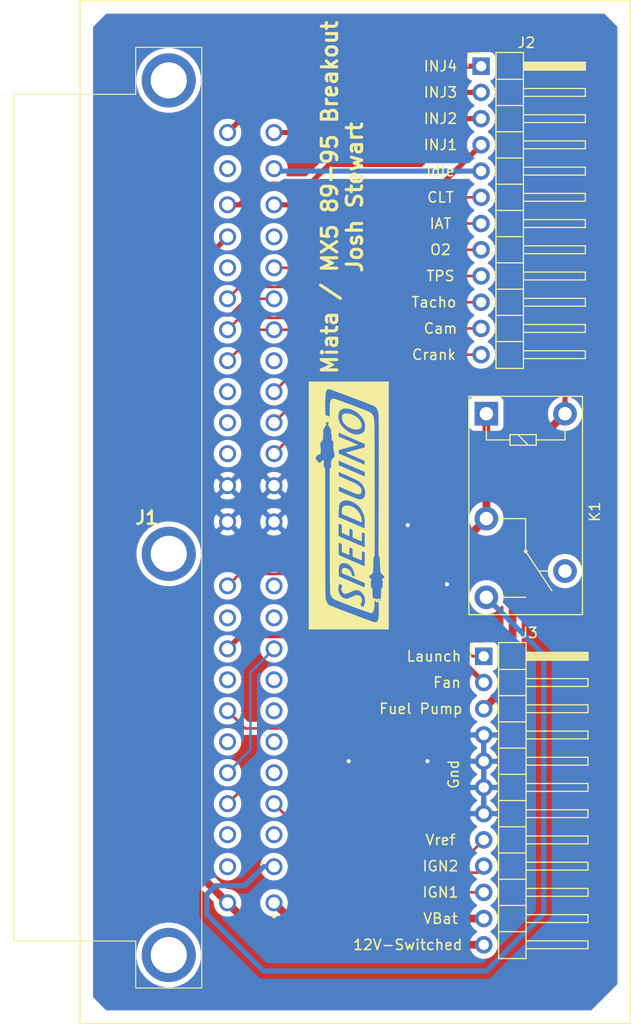
<source format=kicad_pcb>
(kicad_pcb (version 20171130) (host pcbnew "(5.1.4-0-10_14)")
  (layers (0 F.Cu signal) (31 B.Cu signal) (34 B.Paste user) (35 F.Paste user) (36 B.SilkS user) (37 F.SilkS user) (38 B.Mask user) (39 F.Mask user) (44 Edge.Cuts user))
  (net 0 "")
  (net 1 INJ-4)
  (net 2 INJ-3)
  (net 3 INJ-2)
  (net 4 INJ-1)
  (net 5 GND)
  (net 6 Idle)
  (net 7 Tacho)
  (net 8 Fan)
  (net 9 12V-SW)
  (net 10 VBat)
  (net 11 Crank)
  (net 12 Cam)
  (net 13 TPS)
  (net 14 O2)
  (net 15 IAT)
  (net 16 CLT)
  (net 17 Launch)
  (net 18 IGN-1)
  (net 19 IGN-2)
  (net 20 ST_Sig)
  (net 21 Pump)
  (net 22 "Net-(J1-Pad3)")
  (net 23 "Net-(J1-Pad5)")
  (net 24 "Net-(J1-Pad6)")
  (net 25 "Net-(J1-Pad7)")
  (net 26 "Net-(J1-Pad8)")
  (net 27 AC_Jump)
  (net 28 "Net-(J1-Pad10)")
  (net 29 "Net-(J1-Pad11)")
  (net 30 "Net-(J1-Pad17)")
  (net 31 "Net-(J1-Pad21)")
  (net 32 "Net-(J1-Pad26)")
  (net 33 "Net-(J1-Pad27)")
  (net 34 "Net-(J1-Pad30)")
  (net 35 "Net-(J1-Pad32)")
  (net 36 "Net-(J1-Pad34)")
  (net 37 "Net-(J1-Pad38)")
  (net 38 "Net-(J1-Pad39)")
  (net 39 "Net-(J1-Pad40)")
  (net 40 "Net-(J1-Pad44)")
  (net 41 "Net-(J1-Pad47)")
  (net 42 "Net-(J1-PadMH1)")
  (net 43 "Net-(J1-PadMH2)")
  (net 44 "Net-(J1-PadMH3)")
  (net 45 VRef)
  (module "Misc:Speeduino logo_sml" (layer F.Cu) (at 131.445 108.585 90)
    (fp_text reference G*** hide)
    (fp_text value LOGO hide)
  )
  (module Connector_PinHeader_2.54mm:PinHeader_1x12_P2.54mm_Horizontal (layer F.Cu) (at 144.272 66.04)
    (fp_text reference J2 (at 4.385 -2.27) (layer F.SilkS))
    (fp_text value Conn_01x12)
    (fp_text user Crank (at -4.572 27.94) (layer F.SilkS))
    (fp_text user Cam (at -3.937 25.4) (layer F.SilkS))
    (fp_text user Tacho (at -4.572 22.86) (layer F.SilkS))
    (fp_text user TPS (at -3.937 20.32) (layer F.SilkS))
    (fp_text user O2 (at -3.937 17.78) (layer F.SilkS))
    (fp_text user IAT (at -3.937 15.24) (layer F.SilkS))
    (fp_text user CLT (at -3.937 12.7) (layer F.SilkS))
    (fp_text user Idle (at -3.937 10.16) (layer F.SilkS))
    (fp_text user INJ1 (at -3.937 7.62) (layer F.SilkS))
    (fp_text user INJ2 (at -3.937 5.08) (layer F.SilkS))
    (fp_text user INJ3 (at -3.937 2.54) (layer F.SilkS))
    (fp_text user INJ4 (at -3.937 0) (layer F.SilkS))
    (pad 1 thru_hole rect (at 0 0) (size 1.7 1.7) (drill 1) (layers *.Cu *.Mask) (net 1 INJ-4))
    (pad 2 thru_hole oval (at 0 2.54) (size 1.7 1.7) (drill 1) (layers *.Cu *.Mask) (net 2 INJ-3))
    (pad 3 thru_hole oval (at 0 5.08) (size 1.7 1.7) (drill 1) (layers *.Cu *.Mask) (net 3 INJ-2))
    (pad 4 thru_hole oval (at 0 7.62) (size 1.7 1.7) (drill 1) (layers *.Cu *.Mask) (net 4 INJ-1))
    (pad 5 thru_hole oval (at 0 10.16) (size 1.7 1.7) (drill 1) (layers *.Cu *.Mask) (net 6 Idle))
    (pad 6 thru_hole oval (at 0 12.7) (size 1.7 1.7) (drill 1) (layers *.Cu *.Mask) (net 16 CLT))
    (pad 7 thru_hole oval (at 0 15.24) (size 1.7 1.7) (drill 1) (layers *.Cu *.Mask) (net 15 IAT))
    (pad 8 thru_hole oval (at 0 17.78) (size 1.7 1.7) (drill 1) (layers *.Cu *.Mask) (net 14 O2))
    (pad 9 thru_hole oval (at 0 20.32) (size 1.7 1.7) (drill 1) (layers *.Cu *.Mask) (net 13 TPS))
    (pad 10 thru_hole oval (at 0 22.86) (size 1.7 1.7) (drill 1) (layers *.Cu *.Mask) (net 7 Tacho))
    (pad 11 thru_hole oval (at 0 25.4) (size 1.7 1.7) (drill 1) (layers *.Cu *.Mask) (net 12 Cam))
    (pad 12 thru_hole oval (at 0 27.94) (size 1.7 1.7) (drill 1) (layers *.Cu *.Mask) (net 11 Crank))
  )
  (module Connector_PinHeader_2.54mm:PinHeader_1x12_P2.54mm_Horizontal (layer F.Cu) (at 144.526 123.19)
    (fp_text reference J3 (at 4.385 -2.27) (layer F.SilkS))
    (fp_text value Conn_01x12)
    (fp_text user Launch (at -4.826 0) (layer F.SilkS))
    (fp_text user Fan (at -3.556 2.54) (layer F.SilkS))
    (fp_text user "Fuel Pump" (at -6.096 5.08) (layer F.SilkS))
    (fp_text user Gnd (at -2.921 11.43 90) (layer F.SilkS))
    (fp_text user IGN2 (at -4.191 20.32) (layer F.SilkS))
    (fp_text user IGN1 (at -4.191 22.86) (layer F.SilkS))
    (fp_text user VBat (at -4.191 25.4) (layer F.SilkS))
    (fp_text user 12V-Switched (at -7.366 27.94) (layer F.SilkS))
    (fp_text user Vref (at -4.191 17.78) (layer F.SilkS))
    (pad 12 thru_hole oval (at 0 27.94) (size 1.7 1.7) (drill 1) (layers *.Cu *.Mask) (net 9 12V-SW))
    (pad 11 thru_hole oval (at 0 25.4) (size 1.7 1.7) (drill 1) (layers *.Cu *.Mask) (net 10 VBat))
    (pad 10 thru_hole oval (at 0 22.86) (size 1.7 1.7) (drill 1) (layers *.Cu *.Mask) (net 18 IGN-1))
    (pad 9 thru_hole oval (at 0 20.32) (size 1.7 1.7) (drill 1) (layers *.Cu *.Mask) (net 19 IGN-2))
    (pad 8 thru_hole oval (at 0 17.78) (size 1.7 1.7) (drill 1) (layers *.Cu *.Mask) (net 45 VRef))
    (pad 7 thru_hole oval (at 0 15.24) (size 1.7 1.7) (drill 1) (layers *.Cu *.Mask) (net 5 GND))
    (pad 6 thru_hole oval (at 0 12.7) (size 1.7 1.7) (drill 1) (layers *.Cu *.Mask) (net 5 GND))
    (pad 5 thru_hole oval (at 0 10.16) (size 1.7 1.7) (drill 1) (layers *.Cu *.Mask) (net 5 GND))
    (pad 4 thru_hole oval (at 0 7.62) (size 1.7 1.7) (drill 1) (layers *.Cu *.Mask) (net 5 GND))
    (pad 3 thru_hole oval (at 0 5.08) (size 1.7 1.7) (drill 1) (layers *.Cu *.Mask) (net 21 Pump))
    (pad 2 thru_hole oval (at 0 2.54) (size 1.7 1.7) (drill 1) (layers *.Cu *.Mask) (net 8 Fan))
    (pad 1 thru_hole rect (at 0 0) (size 1.7 1.7) (drill 1) (layers *.Cu *.Mask) (net 17 Launch))
  )
  (module 1749171 (layer F.Cu) (at 124.206 147.066 180)
    (fp_text reference J1 (at 12.338 37.3) (layer F.SilkS) (effects (font (size 1.27 1.27) (thickness 0.254))))
    (fp_text value 174917-1 hide)
    (pad 1 thru_hole circle (at 0 0 180) (size 1.65 1.65) (drill 1.1) (layers *.Cu *.Mask) (net 10 VBat))
    (pad 2 thru_hole circle (at 0 3.5 180) (size 1.65 1.65) (drill 1.1) (layers *.Cu *.Mask) (net 20 ST_Sig))
    (pad 3 thru_hole circle (at 0 6.6 180) (size 1.65 1.65) (drill 1.1) (layers *.Cu *.Mask) (net 22 "Net-(J1-Pad3)"))
    (pad 4 thru_hole circle (at 0 9.6 180) (size 1.65 1.65) (drill 1.1) (layers *.Cu *.Mask) (net 18 IGN-1))
    (pad 5 thru_hole circle (at 0 12.6 180) (size 1.65 1.65) (drill 1.1) (layers *.Cu *.Mask) (net 23 "Net-(J1-Pad5)"))
    (pad 6 thru_hole circle (at 0 15.6 180) (size 1.65 1.65) (drill 1.1) (layers *.Cu *.Mask) (net 24 "Net-(J1-Pad6)"))
    (pad 7 thru_hole circle (at 0 18.6 180) (size 1.65 1.65) (drill 1.1) (layers *.Cu *.Mask) (net 25 "Net-(J1-Pad7)"))
    (pad 8 thru_hole circle (at 0 21.6 180) (size 1.65 1.65) (drill 1.1) (layers *.Cu *.Mask) (net 26 "Net-(J1-Pad8)"))
    (pad 9 thru_hole circle (at 0 24.6 180) (size 1.65 1.65) (drill 1.1) (layers *.Cu *.Mask) (net 27 AC_Jump))
    (pad 10 thru_hole circle (at 0 27.6 180) (size 1.65 1.65) (drill 1.1) (layers *.Cu *.Mask) (net 28 "Net-(J1-Pad10)"))
    (pad 11 thru_hole circle (at 0 30.7 180) (size 1.65 1.65) (drill 1.1) (layers *.Cu *.Mask) (net 29 "Net-(J1-Pad11)"))
    (pad 12 thru_hole circle (at 0 36.9 180) (size 1.65 1.65) (drill 1.1) (layers *.Cu *.Mask) (net 5 GND))
    (pad 13 thru_hole circle (at 0 40.4 180) (size 1.65 1.65) (drill 1.1) (layers *.Cu *.Mask) (net 5 GND))
    (pad 14 thru_hole circle (at 0 43.5 180) (size 1.65 1.65) (drill 1.1) (layers *.Cu *.Mask) (net 11 Crank))
    (pad 15 thru_hole circle (at 0 46.5 180) (size 1.65 1.65) (drill 1.1) (layers *.Cu *.Mask) (net 12 Cam))
    (pad 16 thru_hole circle (at 0 49.5 180) (size 1.65 1.65) (drill 1.1) (layers *.Cu *.Mask) (net 7 Tacho))
    (pad 17 thru_hole circle (at 0 52.5 180) (size 1.65 1.65) (drill 1.1) (layers *.Cu *.Mask) (net 30 "Net-(J1-Pad17)"))
    (pad 18 thru_hole circle (at 0 55.5 180) (size 1.65 1.65) (drill 1.1) (layers *.Cu *.Mask) (net 13 TPS))
    (pad 19 thru_hole circle (at 0 58.5 180) (size 1.65 1.65) (drill 1.1) (layers *.Cu *.Mask) (net 21 Pump))
    (pad 20 thru_hole circle (at 0 61.5 180) (size 1.65 1.65) (drill 1.1) (layers *.Cu *.Mask) (net 16 CLT))
    (pad 21 thru_hole circle (at 0 64.5 180) (size 1.65 1.65) (drill 1.1) (layers *.Cu *.Mask) (net 31 "Net-(J1-Pad21)"))
    (pad 22 thru_hole circle (at 0 67.6 180) (size 1.65 1.65) (drill 1.1) (layers *.Cu *.Mask) (net 4 INJ-1))
    (pad 23 thru_hole circle (at 0 71.1 180) (size 1.65 1.65) (drill 1.1) (layers *.Cu *.Mask) (net 6 Idle))
    (pad 24 thru_hole circle (at 0 74.6 180) (size 1.65 1.65) (drill 1.1) (layers *.Cu *.Mask) (net 2 INJ-3))
    (pad 25 thru_hole circle (at 4.5 0 180) (size 1.65 1.65) (drill 1.1) (layers *.Cu *.Mask) (net 9 12V-SW))
    (pad 26 thru_hole circle (at 4.5 3.5 180) (size 1.65 1.65) (drill 1.1) (layers *.Cu *.Mask) (net 32 "Net-(J1-Pad26)"))
    (pad 27 thru_hole circle (at 4.5 6.6 180) (size 1.65 1.65) (drill 1.1) (layers *.Cu *.Mask) (net 33 "Net-(J1-Pad27)"))
    (pad 28 thru_hole circle (at 4.5 9.6 180) (size 1.65 1.65) (drill 1.1) (layers *.Cu *.Mask) (net 19 IGN-2))
    (pad 29 thru_hole circle (at 4.5 12.6 180) (size 1.65 1.65) (drill 1.1) (layers *.Cu *.Mask) (net 27 AC_Jump))
    (pad 30 thru_hole circle (at 4.5 15.6 180) (size 1.65 1.65) (drill 1.1) (layers *.Cu *.Mask) (net 34 "Net-(J1-Pad30)"))
    (pad 31 thru_hole circle (at 4.5 18.6 180) (size 1.65 1.65) (drill 1.1) (layers *.Cu *.Mask) (net 45 VRef))
    (pad 32 thru_hole circle (at 4.5 21.6 180) (size 1.65 1.65) (drill 1.1) (layers *.Cu *.Mask) (net 35 "Net-(J1-Pad32)"))
    (pad 33 thru_hole circle (at 4.5 24.6 180) (size 1.65 1.65) (drill 1.1) (layers *.Cu *.Mask) (net 8 Fan))
    (pad 34 thru_hole circle (at 4.5 27.6 180) (size 1.65 1.65) (drill 1.1) (layers *.Cu *.Mask) (net 36 "Net-(J1-Pad34)"))
    (pad 35 thru_hole circle (at 4.5 30.7 180) (size 1.65 1.65) (drill 1.1) (layers *.Cu *.Mask) (net 17 Launch))
    (pad 36 thru_hole circle (at 4.5 36.9 180) (size 1.65 1.65) (drill 1.1) (layers *.Cu *.Mask) (net 5 GND))
    (pad 37 thru_hole circle (at 4.5 40.4 180) (size 1.65 1.65) (drill 1.1) (layers *.Cu *.Mask) (net 5 GND))
    (pad 38 thru_hole circle (at 4.5 43.5 180) (size 1.65 1.65) (drill 1.1) (layers *.Cu *.Mask) (net 37 "Net-(J1-Pad38)"))
    (pad 39 thru_hole circle (at 4.5 46.5 180) (size 1.65 1.65) (drill 1.1) (layers *.Cu *.Mask) (net 38 "Net-(J1-Pad39)"))
    (pad 40 thru_hole circle (at 4.5 49.5 180) (size 1.65 1.65) (drill 1.1) (layers *.Cu *.Mask) (net 39 "Net-(J1-Pad40)"))
    (pad 41 thru_hole circle (at 4.5 52.5 180) (size 1.65 1.65) (drill 1.1) (layers *.Cu *.Mask) (net 13 TPS))
    (pad 42 thru_hole circle (at 4.5 55.5 180) (size 1.65 1.65) (drill 1.1) (layers *.Cu *.Mask) (net 14 O2))
    (pad 43 thru_hole circle (at 4.5 58.5 180) (size 1.65 1.65) (drill 1.1) (layers *.Cu *.Mask) (net 15 IAT))
    (pad 44 thru_hole circle (at 4.5 61.5 180) (size 1.65 1.65) (drill 1.1) (layers *.Cu *.Mask) (net 40 "Net-(J1-Pad44)"))
    (pad 45 thru_hole circle (at 4.5 64.5 180) (size 1.65 1.65) (drill 1.1) (layers *.Cu *.Mask) (net 21 Pump))
    (pad 46 thru_hole circle (at 4.5 67.6 180) (size 1.65 1.65) (drill 1.1) (layers *.Cu *.Mask) (net 3 INJ-2))
    (pad 47 thru_hole circle (at 4.5 71.1 180) (size 1.65 1.65) (drill 1.1) (layers *.Cu *.Mask) (net 41 "Net-(J1-Pad47)"))
    (pad 48 thru_hole circle (at 4.5 74.6 180) (size 1.65 1.65) (drill 1.1) (layers *.Cu *.Mask) (net 1 INJ-4))
    (pad MH1 thru_hole circle (at 10.2 79.65 180) (size 5.25 5.25) (drill 3.5) (layers *.Cu *.Mask) (net 42 "Net-(J1-PadMH1)"))
    (pad MH2 thru_hole circle (at 10.2 33.8 180) (size 5.25 5.25) (drill 3.5) (layers *.Cu *.Mask) (net 43 "Net-(J1-PadMH2)"))
    (pad MH3 thru_hole circle (at 10.2 -5.05 180) (size 5.25 5.25) (drill 3.5) (layers *.Cu *.Mask) (net 44 "Net-(J1-PadMH3)"))
  )
  (module Relay_THT:Relay_SPDT_Omron-G5Q-1 (layer F.Cu) (at 144.78 99.695 270)
    (fp_text reference K1 (at 9.5 -10.5 270) (layer F.SilkS))
    (fp_text value G5LE-1)
    (pad 1 thru_hole rect (at 0 0 90) (size 2.3 2.3) (drill 1.3) (layers *.Cu *.Mask) (net 9 12V-SW))
    (pad 2 thru_hole circle (at 10.16 0 90) (size 2.3 2.3) (drill 1.3) (layers *.Cu *.Mask) (net 9 12V-SW))
    (pad 3 thru_hole circle (at 17.78 0 90) (size 2.3 2.3) (drill 1.3) (layers *.Cu *.Mask) (net 20 ST_Sig))
    (pad 4 thru_hole circle (at 15.24 -7.62 90) (size 2.3 2.3) (drill 1.3) (layers *.Cu *.Mask))
    (pad 5 thru_hole circle (at 0 -7.62 90) (size 2.3 2.3) (drill 1.3) (layers *.Cu *.Mask) (net 21 Pump))
  )
  (gr_text "Miata / MX5 89-95 Breakout\nJosh Stewart" (at 130.81 78.74 90) (layer F.SilkS) (effects (font (size 1.5 1.5) (thickness 0.3))))
  (gr_line (start 158.75 158.75) (end 105.41 158.75) (layer F.SilkS) (width 0.12))
  (gr_line (start 158.75 59.69) (end 158.75 158.75) (layer F.SilkS) (width 0.12))
  (gr_line (start 105.41 59.69) (end 158.75 59.69) (layer F.SilkS) (width 0.12))
  (gr_line (start 105.41 158.75) (end 105.41 59.69) (layer F.SilkS) (width 0.12))
  (segment (start 135.89 70.485) (end 121.687 70.485) (width 0.5) (layer F.Cu) (net 1))
  (segment (start 121.687 70.485) (end 119.706 72.466) (width 0.5) (layer F.Cu) (net 1))
  (segment (start 140.335 66.04) (end 135.89 70.485) (width 0.5) (layer F.Cu) (net 1))
  (segment (start 144.272 66.04) (end 140.335 66.04) (width 0.5) (layer F.Cu) (net 1))
  (segment (start 137.719 72.466) (end 124.206 72.466) (width 0.5) (layer F.Cu) (net 2))
  (segment (start 141.605 68.58) (end 137.719 72.466) (width 0.5) (layer F.Cu) (net 2))
  (segment (start 144.272 68.58) (end 141.605 68.58) (width 0.5) (layer F.Cu) (net 2))
  (segment (start 127.635 77.47) (end 122.868726 77.47) (width 0.5) (layer F.Cu) (net 3))
  (segment (start 138.43 75.565) (end 129.54 75.565) (width 0.5) (layer F.Cu) (net 3))
  (segment (start 142.875 71.12) (end 138.43 75.565) (width 0.5) (layer F.Cu) (net 3))
  (segment (start 120.872726 79.466) (end 119.706 79.466) (width 0.5) (layer F.Cu) (net 3))
  (segment (start 122.868726 77.47) (end 120.872726 79.466) (width 0.5) (layer F.Cu) (net 3))
  (segment (start 129.54 75.565) (end 127.635 77.47) (width 0.5) (layer F.Cu) (net 3))
  (segment (start 144.272 71.12) (end 142.875 71.12) (width 0.5) (layer F.Cu) (net 3))
  (segment (start 128.814 79.466) (end 124.206 79.466) (width 0.5) (layer F.Cu) (net 4))
  (segment (start 130.81 77.47) (end 128.814 79.466) (width 0.5) (layer F.Cu) (net 4))
  (segment (start 140.462 77.47) (end 130.81 77.47) (width 0.5) (layer F.Cu) (net 4))
  (segment (start 144.272 73.66) (end 140.462 77.47) (width 0.5) (layer F.Cu) (net 4))
  (via (at 131.445 133.35) (size 0.8) (drill 0.4) (layers F.Cu B.Cu) (net 5))
  (via (at 137.16 110.49) (size 0.8) (drill 0.4) (layers F.Cu B.Cu) (net 5))
  (via (at 139.065 133.35) (size 0.8) (drill 0.4) (layers F.Cu B.Cu) (net 5))
  (via (at 140.97 116.205) (size 0.8) (drill 0.4) (layers F.Cu B.Cu) (net 5))
  (segment (start 124.44 76.2) (end 124.206 75.966) (width 0.5) (layer B.Cu) (net 6))
  (segment (start 144.272 76.2) (end 124.44 76.2) (width 0.5) (layer B.Cu) (net 6))
  (segment (start 132.872 88.9) (end 124.206 97.566) (width 0.25) (layer F.Cu) (net 7))
  (segment (start 144.272 88.9) (end 132.872 88.9) (width 0.25) (layer F.Cu) (net 7))
  (segment (start 120.530999 121.641001) (end 119.706 122.466) (width 0.5) (layer F.Cu) (net 8))
  (segment (start 120.981001 121.190999) (end 120.530999 121.641001) (width 0.5) (layer F.Cu) (net 8))
  (segment (start 139.986999 121.190999) (end 120.981001 121.190999) (width 0.5) (layer F.Cu) (net 8))
  (segment (start 144.526 125.73) (end 139.986999 121.190999) (width 0.5) (layer F.Cu) (net 8))
  (segment (start 123.77 151.13) (end 119.706 147.066) (width 0.75) (layer F.Cu) (net 9))
  (segment (start 144.526 151.13) (end 123.77 151.13) (width 0.75) (layer F.Cu) (net 9))
  (segment (start 125.73 148.59) (end 144.526 148.59) (width 0.75) (layer F.Cu) (net 10))
  (segment (start 124.206 147.066) (end 125.73 148.59) (width 0.75) (layer F.Cu) (net 10))
  (segment (start 133.792 93.98) (end 124.206 103.566) (width 0.25) (layer F.Cu) (net 11))
  (segment (start 144.272 93.98) (end 133.792 93.98) (width 0.25) (layer F.Cu) (net 11))
  (segment (start 133.332 91.44) (end 124.206 100.566) (width 0.25) (layer F.Cu) (net 12))
  (segment (start 144.272 91.44) (end 133.332 91.44) (width 0.25) (layer F.Cu) (net 12))
  (segment (start 122.706 91.566) (end 119.706 94.566) (width 0.25) (layer F.Cu) (net 13))
  (segment (start 124.206 91.566) (end 122.706 91.566) (width 0.25) (layer F.Cu) (net 13))
  (segment (start 127.509 91.566) (end 124.206 91.566) (width 0.25) (layer F.Cu) (net 13))
  (segment (start 132.715 86.36) (end 127.509 91.566) (width 0.25) (layer F.Cu) (net 13))
  (segment (start 144.272 86.36) (end 132.715 86.36) (width 0.25) (layer F.Cu) (net 13))
  (segment (start 120.530999 90.741001) (end 119.706 91.566) (width 0.25) (layer F.Cu) (net 14))
  (segment (start 120.856001 90.415999) (end 120.530999 90.741001) (width 0.25) (layer F.Cu) (net 14))
  (segment (start 126.054296 90.415999) (end 120.856001 90.415999) (width 0.25) (layer F.Cu) (net 14))
  (segment (start 132.650295 83.82) (end 126.054296 90.415999) (width 0.25) (layer F.Cu) (net 14))
  (segment (start 144.272 83.82) (end 132.650295 83.82) (width 0.25) (layer F.Cu) (net 14))
  (segment (start 120.856001 87.415999) (end 120.530999 87.741001) (width 0.25) (layer F.Cu) (net 15))
  (segment (start 126.579001 87.415999) (end 120.856001 87.415999) (width 0.25) (layer F.Cu) (net 15))
  (segment (start 120.530999 87.741001) (end 119.706 88.566) (width 0.25) (layer F.Cu) (net 15))
  (segment (start 132.715 81.28) (end 126.579001 87.415999) (width 0.25) (layer F.Cu) (net 15))
  (segment (start 144.272 81.28) (end 132.715 81.28) (width 0.25) (layer F.Cu) (net 15))
  (segment (start 125.889 85.566) (end 124.206 85.566) (width 0.25) (layer F.Cu) (net 16))
  (segment (start 132.715 78.74) (end 125.889 85.566) (width 0.25) (layer F.Cu) (net 16))
  (segment (start 144.272 78.74) (end 132.715 78.74) (width 0.25) (layer F.Cu) (net 16))
  (segment (start 120.530999 115.541001) (end 119.706 116.366) (width 0.25) (layer F.Cu) (net 17))
  (segment (start 135.451999 115.215999) (end 120.856001 115.215999) (width 0.25) (layer F.Cu) (net 17))
  (segment (start 143.426 123.19) (end 135.451999 115.215999) (width 0.25) (layer F.Cu) (net 17))
  (segment (start 120.856001 115.215999) (end 120.530999 115.541001) (width 0.25) (layer F.Cu) (net 17))
  (segment (start 144.526 123.19) (end 143.426 123.19) (width 0.25) (layer F.Cu) (net 17))
  (segment (start 132.79 146.05) (end 124.206 137.466) (width 0.25) (layer F.Cu) (net 18))
  (segment (start 144.526 146.05) (end 132.79 146.05) (width 0.25) (layer F.Cu) (net 18))
  (segment (start 121.282 135.89) (end 120.530999 136.641001) (width 0.25) (layer F.Cu) (net 19))
  (segment (start 125.095 135.89) (end 121.282 135.89) (width 0.25) (layer F.Cu) (net 19))
  (segment (start 133.35 144.145) (end 125.095 135.89) (width 0.25) (layer F.Cu) (net 19))
  (segment (start 120.530999 136.641001) (end 119.706 137.466) (width 0.25) (layer F.Cu) (net 19))
  (segment (start 143.891 144.145) (end 133.35 144.145) (width 0.25) (layer F.Cu) (net 19))
  (segment (start 144.526 143.51) (end 143.891 144.145) (width 0.25) (layer F.Cu) (net 19))
  (segment (start 118.52 145.415) (end 121.346001 145.415) (width 0.5) (layer B.Cu) (net 20))
  (segment (start 117.706001 146.228999) (end 118.52 145.415) (width 0.5) (layer B.Cu) (net 20))
  (segment (start 123.19 153.67) (end 117.706001 148.186001) (width 0.5) (layer B.Cu) (net 20))
  (segment (start 144.78 153.67) (end 123.19 153.67) (width 0.5) (layer B.Cu) (net 20))
  (segment (start 123.195001 143.566) (end 124.206 143.566) (width 0.5) (layer B.Cu) (net 20))
  (segment (start 150.344 148.106) (end 144.78 153.67) (width 0.5) (layer B.Cu) (net 20))
  (segment (start 117.706001 148.186001) (end 117.706001 146.228999) (width 0.5) (layer B.Cu) (net 20))
  (segment (start 121.346001 145.415) (end 123.195001 143.566) (width 0.5) (layer B.Cu) (net 20))
  (segment (start 144.78 109.855) (end 144.78 100.001766) (width 0.75) (layer F.Cu) (net 9))
  (segment (start 119.38 113.665) (end 140.97 113.665) (width 0.75) (layer F.Cu) (net 9))
  (segment (start 115.57 117.475) (end 119.38 113.665) (width 0.75) (layer F.Cu) (net 9))
  (segment (start 115.57 142.93) (end 115.57 117.475) (width 0.75) (layer F.Cu) (net 9))
  (segment (start 140.97 113.665) (end 144.78 109.855) (width 0.75) (layer F.Cu) (net 9))
  (segment (start 119.706 147.066) (end 115.57 142.93) (width 0.75) (layer F.Cu) (net 9))
  (segment (start 150.344 123.039) (end 150.344 147.955) (width 0.5) (layer B.Cu) (net 20))
  (segment (start 144.78 117.475) (end 150.344 123.039) (width 0.5) (layer B.Cu) (net 20))
  (segment (start 118.881001 83.390999) (end 119.706 82.566) (width 0.5) (layer F.Cu) (net 21))
  (segment (start 117.475 84.797) (end 118.881001 83.390999) (width 0.5) (layer F.Cu) (net 21))
  (segment (start 117.475 90.17) (end 117.475 84.797) (width 0.5) (layer F.Cu) (net 21))
  (segment (start 119.922795 90.17) (end 117.475 90.17) (width 0.25) (layer F.Cu) (net 21))
  (segment (start 121.526795 88.566) (end 119.922795 90.17) (width 0.25) (layer F.Cu) (net 21))
  (segment (start 124.206 88.566) (end 121.526795 88.566) (width 0.25) (layer F.Cu) (net 21))
  (segment (start 149.225 109.983) (end 149.225 102.87) (width 0.75) (layer F.Cu) (net 21))
  (segment (start 149.225 102.87) (end 152.4 99.695) (width 0.75) (layer F.Cu) (net 21))
  (segment (start 147.32 111.888) (end 149.225 109.983) (width 0.75) (layer F.Cu) (net 21))
  (segment (start 147.32 125.476) (end 147.32 111.888) (width 0.75) (layer F.Cu) (net 21))
  (segment (start 144.526 128.27) (end 147.32 125.476) (width 0.75) (layer F.Cu) (net 21))
  (segment (start 117.475 107.315) (end 117.475 90.17) (width 0.5) (layer F.Cu) (net 21))
  (segment (start 118.745 108.585) (end 117.475 107.315) (width 0.5) (layer F.Cu) (net 21))
  (segment (start 152.4 97.79) (end 151.765 97.155) (width 0.5) (layer F.Cu) (net 21))
  (segment (start 132.271 108.585) (end 118.745 108.585) (width 0.5) (layer F.Cu) (net 21))
  (segment (start 143.701 97.155) (end 132.271 108.585) (width 0.5) (layer F.Cu) (net 21))
  (segment (start 151.765 97.155) (end 143.701 97.155) (width 0.5) (layer F.Cu) (net 21))
  (segment (start 152.4 99.695) (end 152.4 97.79) (width 0.5) (layer F.Cu) (net 21))
  (segment (start 121.92 132.252) (end 120.530999 133.641001) (width 0.25) (layer B.Cu) (net 27))
  (segment (start 120.530999 133.641001) (end 119.706 134.466) (width 0.25) (layer B.Cu) (net 27))
  (segment (start 121.92 124.752) (end 121.92 132.252) (width 0.25) (layer B.Cu) (net 27))
  (segment (start 124.206 122.466) (end 121.92 124.752) (width 0.25) (layer B.Cu) (net 27))
  (segment (start 120.530999 129.290999) (end 119.706 128.466) (width 0.25) (layer F.Cu) (net 45))
  (segment (start 125.095 130.175) (end 121.415 130.175) (width 0.25) (layer F.Cu) (net 45))
  (segment (start 127 132.08) (end 125.095 130.175) (width 0.25) (layer F.Cu) (net 45))
  (segment (start 133.985 142.24) (end 127 135.255) (width 0.25) (layer F.Cu) (net 45))
  (segment (start 143.256 142.24) (end 133.985 142.24) (width 0.25) (layer F.Cu) (net 45))
  (segment (start 121.415 130.175) (end 120.530999 129.290999) (width 0.25) (layer F.Cu) (net 45))
  (segment (start 127 135.255) (end 127 132.08) (width 0.25) (layer F.Cu) (net 45))
  (segment (start 144.526 140.97) (end 143.256 142.24) (width 0.25) (layer F.Cu) (net 45))
  (zone (net 5) (net_name GND) (layer F.Cu) (connect_pads (clearance 0.508)) (min_thickness 0.254) (fill yes (arc_segments 32) (thermal_gap 0.508) (thermal_bridge_width 0.508))
    (polygon (pts (xy 157.48 154.94) (xy 154.94 157.48) (xy 107.95 157.48) (xy 106.68 156.21) (xy 106.68 62.23) (xy 107.95 60.96) (xy 156.21 60.96) (xy 157.48 62.23)))
  )
  (zone (net 5) (net_name GND) (layer B.Cu) (connect_pads (clearance 0.508)) (min_thickness 0.254) (fill yes (arc_segments 32) (thermal_gap 0.508) (thermal_bridge_width 0.508))
    (polygon (pts (xy 157.48 154.94) (xy 154.94 157.48) (xy 107.95 157.48) (xy 106.68 156.21) (xy 106.68 62.23) (xy 107.95 60.96) (xy 156.21 60.96) (xy 157.48 62.23)))
  )
)
</source>
